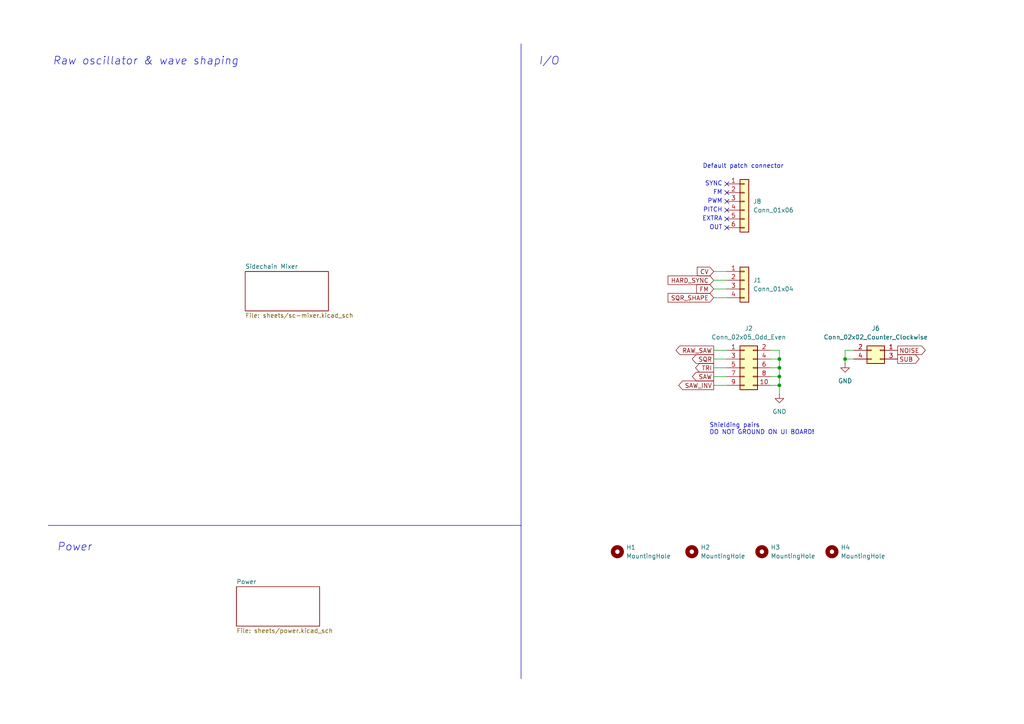
<source format=kicad_sch>
(kicad_sch (version 20250114) (generator "eeschema") (generator_version "9.0")
  (paper "A4")
  (lib_symbols
    (symbol "Connector_Generic:Conn_01x04" (pin_names (offset 1.016) (hide yes))
      (property "Reference" "J" (at 0 5.08 0))
      (property "Value" "Conn_01x04" (at 0 -7.62 0))
      (symbol "Conn_01x04_1_1"
        (rectangle (start -1.27 3.81) (end 1.27 -6.35) (stroke (width 0.254)) (fill (type background)))
        (rectangle (start -1.27 2.667) (end 0 2.413) (stroke (width 0.1524)))
        (rectangle (start -1.27 0.127) (end 0 -0.127) (stroke (width 0.1524)))
        (rectangle (start -1.27 -2.413) (end 0 -2.667) (stroke (width 0.1524)))
        (rectangle (start -1.27 -4.953) (end 0 -5.207) (stroke (width 0.1524)))
        (pin passive line (at -5.08 2.54 0) (length 3.81) (name "Pin_1") (number "1"))
        (pin passive line (at -5.08 0 0) (length 3.81) (name "Pin_2") (number "2"))
        (pin passive line (at -5.08 -2.54 0) (length 3.81) (name "Pin_3") (number "3"))
        (pin passive line (at -5.08 -5.08 0) (length 3.81) (name "Pin_4") (number "4"))
      )
    )
    (symbol "Connector_Generic:Conn_01x06" (pin_names (offset 1.016) (hide yes))
      (property "Reference" "J" (at 0 7.62 0))
      (property "Value" "Conn_01x06" (at 0 -10.16 0))
      (symbol "Conn_01x06_1_1"
        (rectangle (start -1.27 6.35) (end 1.27 -8.89) (stroke (width 0.254)) (fill (type background)))
        (rectangle (start -1.27 5.207) (end 0 4.953) (stroke (width 0.1524)))
        (rectangle (start -1.27 2.667) (end 0 2.413) (stroke (width 0.1524)))
        (rectangle (start -1.27 0.127) (end 0 -0.127) (stroke (width 0.1524)))
        (rectangle (start -1.27 -2.413) (end 0 -2.667) (stroke (width 0.1524)))
        (rectangle (start -1.27 -4.953) (end 0 -5.207) (stroke (width 0.1524)))
        (rectangle (start -1.27 -7.493) (end 0 -7.747) (stroke (width 0.1524)))
        (pin passive line (at -5.08 5.08 0) (length 3.81) (name "Pin_1") (number "1"))
        (pin passive line (at -5.08 2.54 0) (length 3.81) (name "Pin_2") (number "2"))
        (pin passive line (at -5.08 0 0) (length 3.81) (name "Pin_3") (number "3"))
        (pin passive line (at -5.08 -2.54 0) (length 3.81) (name "Pin_4") (number "4"))
        (pin passive line (at -5.08 -5.08 0) (length 3.81) (name "Pin_5") (number "5"))
        (pin passive line (at -5.08 -7.62 0) (length 3.81) (name "Pin_6") (number "6"))
      )
    )
    (symbol "Connector_Generic:Conn_02x02_Odd_Even" (pin_names (offset 1.016) (hide yes))
      (property "Reference" "J" (at 1.27 2.54 0))
      (property "Value" "Conn_02x02_Odd_Even" (at 1.27 -5.08 0))
      (symbol "Conn_02x02_Odd_Even_1_1"
        (rectangle (start -1.27 1.27) (end 3.81 -3.81) (stroke (width 0.254)) (fill (type background)))
        (rectangle (start -1.27 0.127) (end 0 -0.127) (stroke (width 0.1524)))
        (rectangle (start -1.27 -2.413) (end 0 -2.667) (stroke (width 0.1524)))
        (rectangle (start 3.81 0.127) (end 2.54 -0.127) (stroke (width 0.1524)))
        (rectangle (start 3.81 -2.413) (end 2.54 -2.667) (stroke (width 0.1524)))
        (pin passive line (at -5.08 0 0) (length 3.81) (name "Pin_1") (number "1"))
        (pin passive line (at -5.08 -2.54 0) (length 3.81) (name "Pin_3") (number "3"))
        (pin passive line (at 7.62 0 180) (length 3.81) (name "Pin_2") (number "2"))
        (pin passive line (at 7.62 -2.54 180) (length 3.81) (name "Pin_4") (number "4"))
      )
    )
    (symbol "Connector_Generic:Conn_02x05_Odd_Even" (pin_names (offset 1.016) (hide yes))
      (property "Reference" "J" (at 1.27 7.62 0))
      (property "Value" "Conn_02x05_Odd_Even" (at 1.27 -7.62 0))
      (symbol "Conn_02x05_Odd_Even_1_1"
        (rectangle (start -1.27 6.35) (end 3.81 -6.35) (stroke (width 0.254)) (fill (type background)))
        (rectangle (start -1.27 5.207) (end 0 4.953) (stroke (width 0.1524)))
        (rectangle (start -1.27 2.667) (end 0 2.413) (stroke (width 0.1524)))
        (rectangle (start -1.27 0.127) (end 0 -0.127) (stroke (width 0.1524)))
        (rectangle (start -1.27 -2.413) (end 0 -2.667) (stroke (width 0.1524)))
        (rectangle (start -1.27 -4.953) (end 0 -5.207) (stroke (width 0.1524)))
        (rectangle (start 3.81 5.207) (end 2.54 4.953) (stroke (width 0.1524)))
        (rectangle (start 3.81 2.667) (end 2.54 2.413) (stroke (width 0.1524)))
        (rectangle (start 3.81 0.127) (end 2.54 -0.127) (stroke (width 0.1524)))
        (rectangle (start 3.81 -2.413) (end 2.54 -2.667) (stroke (width 0.1524)))
        (rectangle (start 3.81 -4.953) (end 2.54 -5.207) (stroke (width 0.1524)))
        (pin passive line (at -5.08 5.08 0) (length 3.81) (name "Pin_1") (number "1"))
        (pin passive line (at -5.08 2.54 0) (length 3.81) (name "Pin_3") (number "3"))
        (pin passive line (at -5.08 0 0) (length 3.81) (name "Pin_5") (number "5"))
        (pin passive line (at -5.08 -2.54 0) (length 3.81) (name "Pin_7") (number "7"))
        (pin passive line (at -5.08 -5.08 0) (length 3.81) (name "Pin_9") (number "9"))
        (pin passive line (at 7.62 5.08 180) (length 3.81) (name "Pin_2") (number "2"))
        (pin passive line (at 7.62 2.54 180) (length 3.81) (name "Pin_4") (number "4"))
        (pin passive line (at 7.62 0 180) (length 3.81) (name "Pin_6") (number "6"))
        (pin passive line (at 7.62 -2.54 180) (length 3.81) (name "Pin_8") (number "8"))
        (pin passive line (at 7.62 -5.08 180) (length 3.81) (name "Pin_10") (number "10"))
      )
    )
    (symbol "Mechanical:MountingHole" (pin_names (offset 1.016)) (in_bom no)
      (property "Reference" "H" (at 0 5.08 0))
      (property "Value" "MountingHole" (at 0 3.175 0))
      (symbol "MountingHole_0_1"
        (circle (center 0 0) (radius 1.27) (stroke (width 1.27)))
      )
    )
    (symbol "power:GND" (power) (pin_numbers (hide yes)) (pin_names (offset 0) (hide yes))
      (property "Value" "GND" (at 0 -3.81 0))
      (symbol "GND_0_1"
        (polyline (pts (xy 0 0) (xy 0 -1.27) (xy 1.27 -1.27) (xy 0 -2.54) (xy -1.27 -1.27) (xy 0 -1.27)))
      )
      (symbol "GND_1_1"
        (pin power_in line (at 0 0 270) (length 0) (name "~") (number "1"))
      )
    )
  )
  (text "Power" (at 16.51 158.75 0) (effects (font (size 2.27 2.27) (italic yes)) (justify left)))
  (text "PWM" (at 209.55 58.42 0) (effects (font (size 1.27 1.27)) (justify right)))
  (text "Default patch connector" (at 227.33 48.26 0) (effects (font (size 1.27 1.27)) (justify right)))
  (text "OUT" (at 209.55 66.04 0) (effects (font (size 1.27 1.27)) (justify right)))
  (text "SYNC" (at 209.55 53.34 0) (effects (font (size 1.27 1.27)) (justify right)))
  (text "Shielding pairs\nDO NOT GROUND ON UI BOARD!" (at 205.74 124.46 0) (effects (font (size 1.27 1.27)) (justify left)))
  (text "EXTRA" (at 209.55 63.5 0) (effects (font (size 1.27 1.27)) (justify right)))
  (text "Raw oscillator & wave shaping" (at 15.24 17.78 0) (effects (font (size 2.27 2.27) (italic yes)) (justify left)))
  (text "FM" (at 209.55 55.88 0) (effects (font (size 1.27 1.27)) (justify right)))
  (text "I/O" (at 156.21 17.78 0) (effects (font (size 2.27 2.27) (italic yes)) (justify left)))
  (text "PITCH" (at 209.55 60.96 0) (effects (font (size 1.27 1.27)) (justify right)))
  (junction (at 226.06 109.22))
  (junction (at 226.06 106.68))
  (junction (at 245.11 104.14))
  (junction (at 226.06 104.14))
  (junction (at 226.06 111.76))
  (no_connect (at 210.82 66.04))
  (no_connect (at 210.82 53.34))
  (no_connect (at 210.82 60.96))
  (no_connect (at 210.82 55.88))
  (no_connect (at 210.82 63.5))
  (no_connect (at 210.82 58.42))
  (wire (pts (xy 226.06 109.22) (xy 226.06 111.76)))
  (wire (pts (xy 207.01 78.74) (xy 210.82 78.74)))
  (wire (pts (xy 245.11 104.14) (xy 247.65 104.14)))
  (wire (pts (xy 245.11 104.14) (xy 245.11 105.41)))
  (wire (pts (xy 207.01 111.76) (xy 210.82 111.76)))
  (wire (pts (xy 223.52 111.76) (xy 226.06 111.76)))
  (wire (pts (xy 223.52 104.14) (xy 226.06 104.14)))
  (wire (pts (xy 247.65 101.6) (xy 245.11 101.6)))
  (wire (pts (xy 207.01 86.36) (xy 210.82 86.36)))
  (wire (pts (xy 226.06 101.6) (xy 226.06 104.14)))
  (wire (pts (xy 226.06 106.68) (xy 226.06 109.22)))
  (wire (pts (xy 207.01 106.68) (xy 210.82 106.68)))
  (wire (pts (xy 207.01 101.6) (xy 210.82 101.6)))
  (wire (pts (xy 207.01 109.22) (xy 210.82 109.22)))
  (wire (pts (xy 223.52 101.6) (xy 226.06 101.6)))
  (wire (pts (xy 207.01 83.82) (xy 210.82 83.82)))
  (wire (pts (xy 223.52 109.22) (xy 226.06 109.22)))
  (wire (pts (xy 226.06 104.14) (xy 226.06 106.68)))
  (wire (pts (xy 226.06 111.76) (xy 226.06 114.3)))
  (wire (pts (xy 223.52 106.68) (xy 226.06 106.68)))
  (polyline (pts (xy 151.13 12.7) (xy 151.13 196.85)))
  (wire (pts (xy 245.11 101.6) (xy 245.11 104.14)))
  (wire (pts (xy 207.01 81.28) (xy 210.82 81.28)))
  (wire (pts (xy 207.01 104.14) (xy 210.82 104.14)))
  (polyline (pts (xy 13.97 152.4) (xy 151.13 152.4)))
  (global_label "FM" (shape input) (at 207.01 83.82 180) (property "Intersheetrefs" "${INTERSHEET_REFS}" (effects (hide yes))))
  (global_label "SQR" (shape output) (at 207.01 104.14 180) (property "Intersheetrefs" "${INTERSHEET_REFS}" (effects (hide yes))))
  (global_label "SAW_INV" (shape output) (at 207.01 111.76 180) (property "Intersheetrefs" "${INTERSHEET_REFS}" (effects (hide yes))))
  (global_label "SUB" (shape output) (at 260.35 104.14 0) (property "Intersheetrefs" "${INTERSHEET_REFS}" (effects (hide yes))))
  (global_label "SQR_SHAPE" (shape input) (at 207.01 86.36 180) (property "Intersheetrefs" "${INTERSHEET_REFS}" (effects (hide yes))))
  (global_label "HARD_SYNC" (shape input) (at 207.01 81.28 180) (property "Intersheetrefs" "${INTERSHEET_REFS}" (effects (hide yes))))
  (global_label "SAW" (shape output) (at 207.01 109.22 180) (property "Intersheetrefs" "${INTERSHEET_REFS}" (effects (hide yes))))
  (global_label "CV" (shape input) (at 207.01 78.74 180) (property "Intersheetrefs" "${INTERSHEET_REFS}" (effects (hide yes))))
  (global_label "NOISE" (shape output) (at 260.35 101.6 0) (property "Intersheetrefs" "${INTERSHEET_REFS}" (effects (hide yes))))
  (global_label "RAW_SAW" (shape output) (at 207.01 101.6 180) (property "Intersheetrefs" "${INTERSHEET_REFS}" (effects (hide yes))))
  (global_label "TRI" (shape output) (at 207.01 106.68 180) (property "Intersheetrefs" "${INTERSHEET_REFS}" (effects (hide yes))))
  (symbol (lib_id "Connector_Generic:Conn_02x02_Odd_Even") (at 255.27 101.6 0) (mirror y) (unit 1)
    (property "Reference" "J6" (at 254 95.25 0))
    (property "Value" "Conn_02x02_Counter_Clockwise" (at 254 97.79 0))
    (property "Footprint" "Connector_PinHeader_2.54mm:PinHeader_2x02_P2.54mm_Vertical" (effects (hide yes)))
    (property "Description" "Generic connector, double row, 02x02, odd/even pin numbering scheme (row 1 odd numbers, row 2 even numbers), script generated (kicad-library-utils/schlib/autogen/connector/)" (effects (hide yes)))
    (property "Part URL" "https://mou.sr/3TDBcz9" (effects (hide yes)))
    (property "Vendor" "Mouser" (effects (hide yes)))
    (property "CHECKED" "YES" (effects (hide yes)))
    (property "Mouser Part no." "200-HTSW10207TD" (effects (hide yes)))
  )
  (symbol (lib_id "power:GND") (at 226.06 114.3 0) (unit 1)
    (property "Reference" "#PWR01" (effects (hide yes)))
    (property "Value" "GND" (at 226.06 119.38 0))
    (property "Description" "Power symbol creates a global label with name \"GND\" , ground" (effects (hide yes)))
  )
  (symbol (lib_id "Mechanical:MountingHole") (at 200.66 160.02 0) (unit 1) (in_bom no)
    (property "Reference" "H2" (at 203.2 158.7499 0) (effects (justify left)))
    (property "Value" "MountingHole" (at 203.2 161.2899 0) (effects (justify left)))
    (property "Footprint" "MountingHole:MountingHole_3.2mm_M3_DIN965_Pad" (effects (hide yes)))
    (property "Description" "Mounting Hole without connection" (effects (hide yes)))
    (property "CHECKED" "YES" (effects (hide yes)))
  )
  (symbol (lib_id "Connector_Generic:Conn_01x04") (at 215.9 81.28 0) (unit 1)
    (property "Reference" "J1" (at 218.44 81.2799 0) (effects (justify left)))
    (property "Value" "Conn_01x04" (at 218.44 83.8199 0) (effects (justify left)))
    (property "Footprint" "Connector_PinHeader_2.54mm:PinHeader_1x04_P2.54mm_Vertical" (effects (hide yes)))
    (property "Description" "Generic connector, single row, 01x04, script generated (kicad-library-utils/schlib/autogen/connector/)" (effects (hide yes)))
    (property "Part URL" "https://mou.sr/3UfnMcJ" (effects (hide yes)))
    (property "Vendor" "Mouser" (effects (hide yes)))
    (property "CHECKED" "YES" (effects (hide yes)))
    (property "Mouser Part no." "200-HTSW10407TS" (effects (hide yes)))
  )
  (symbol (lib_id "Mechanical:MountingHole") (at 179.07 160.02 0) (unit 1) (in_bom no)
    (property "Reference" "H1" (at 181.61 158.7499 0) (effects (justify left)))
    (property "Value" "MountingHole" (at 181.61 161.2899 0) (effects (justify left)))
    (property "Footprint" "MountingHole:MountingHole_3.2mm_M3_DIN965_Pad" (effects (hide yes)))
    (property "Description" "Mounting Hole without connection" (effects (hide yes)))
    (property "CHECKED" "YES" (effects (hide yes)))
  )
  (symbol (lib_id "Connector_Generic:Conn_01x06") (at 215.9 58.42 0) (unit 1)
    (property "Reference" "J8" (at 218.44 58.4199 0) (effects (justify left)))
    (property "Value" "Conn_01x06" (at 218.44 60.9599 0) (effects (justify left)))
    (property "Footprint" "Connector_PinHeader_2.54mm:PinHeader_1x06_P2.54mm_Vertical" (effects (hide yes)))
    (property "Description" "Generic connector, single row, 01x06, script generated (kicad-library-utils/schlib/autogen/connector/)" (effects (hide yes)))
    (property "Part URL" "https://mou.sr/40bhVZG" (effects (hide yes)))
    (property "Vendor" "Mouser" (effects (hide yes)))
    (property "CHECKED" "YES" (effects (hide yes)))
    (property "Mouser Part no." "474-PRT-09280" (effects (hide yes)))
  )
  (symbol (lib_id "power:GND") (at 245.11 105.41 0) (mirror y) (unit 1)
    (property "Reference" "#PWR063" (effects (hide yes)))
    (property "Value" "GND" (at 245.11 110.49 0))
    (property "Description" "Power symbol creates a global label with name \"GND\" , ground" (effects (hide yes)))
  )
  (symbol (lib_id "Connector_Generic:Conn_02x05_Odd_Even") (at 215.9 106.68 0) (unit 1)
    (property "Reference" "J2" (at 217.17 95.25 0))
    (property "Value" "Conn_02x05_Odd_Even" (at 217.17 97.79 0))
    (property "Footprint" "Connector_PinHeader_2.54mm:PinHeader_2x05_P2.54mm_Vertical" (effects (hide yes)))
    (property "Description" "Generic connector, double row, 02x05, odd/even pin numbering scheme (row 1 odd numbers, row 2 even numbers), script generated (kicad-library-utils/schlib/autogen/connector/)" (effects (hide yes)))
    (property "Part URL" "https://mou.sr/40QhDaC" (effects (hide yes)))
    (property "Vendor" "Mouser" (effects (hide yes)))
    (property "CHECKED" "YES" (effects (hide yes)))
    (property "Mouser Part no." "200-TSW10507TD" (effects (hide yes)))
  )
  (symbol (lib_id "Mechanical:MountingHole") (at 220.98 160.02 0) (unit 1) (in_bom no)
    (property "Reference" "H3" (at 223.52 158.7499 0) (effects (justify left)))
    (property "Value" "MountingHole" (at 223.52 161.2899 0) (effects (justify left)))
    (property "Footprint" "MountingHole:MountingHole_3.2mm_M3_DIN965_Pad" (effects (hide yes)))
    (property "Description" "Mounting Hole without connection" (effects (hide yes)))
    (property "CHECKED" "YES" (effects (hide yes)))
  )
  (symbol (lib_id "Mechanical:MountingHole") (at 241.3 160.02 0) (unit 1) (in_bom no)
    (property "Reference" "H4" (at 243.84 158.7499 0) (effects (justify left)))
    (property "Value" "MountingHole" (at 243.84 161.2899 0) (effects (justify left)))
    (property "Footprint" "MountingHole:MountingHole_3.2mm_M3_DIN965_Pad" (effects (hide yes)))
    (property "Description" "Mounting Hole without connection" (effects (hide yes)))
    (property "CHECKED" "YES" (effects (hide yes)))
  )
  (sheet (at 71.12 78.74) (size 24.13 11.43) (stroke (width 0.1524))
    (property "Sheetname" "Sidechain Mixer" (at 71.12 78.0284 0) (effects (justify left bottom)))
    (property "Sheetfile" "sheets/sc-mixer.kicad_sch" (at 71.12 90.7546 0) (effects (justify left top)))
  )
  (sheet (at 68.58 170.18) (size 24.13 11.43) (stroke (width 0.1524))
    (property "Sheetname" "Power" (at 68.58 169.4684 0) (effects (justify left bottom)))
    (property "Sheetfile" "sheets/power.kicad_sch" (at 68.58 182.1946 0) (effects (justify left top)))
  )
)
</source>
